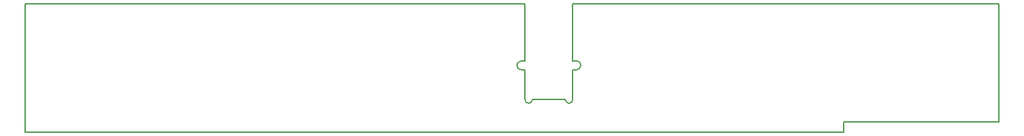
<source format=gbr>
%TF.GenerationSoftware,KiCad,Pcbnew,(5.1.6)-1*%
%TF.CreationDate,2020-11-03T20:55:32+09:00*%
%TF.ProjectId,FlightComputer-Extra,466c6967-6874-4436-9f6d-70757465722d,rev?*%
%TF.SameCoordinates,Original*%
%TF.FileFunction,Profile,NP*%
%FSLAX46Y46*%
G04 Gerber Fmt 4.6, Leading zero omitted, Abs format (unit mm)*
G04 Created by KiCad (PCBNEW (5.1.6)-1) date 2020-11-03 20:55:32*
%MOMM*%
%LPD*%
G01*
G04 APERTURE LIST*
%TA.AperFunction,Profile*%
%ADD10C,0.200000*%
%TD*%
G04 APERTURE END LIST*
D10*
X141199999Y-90750001D02*
X141650000Y-90750001D01*
X141199999Y-90750001D02*
G75*
G02*
X141199999Y-89550001I0J600000D01*
G01*
X141649999Y-89550001D02*
X141199999Y-89550001D01*
X141650000Y-82050001D02*
X141649999Y-89550001D01*
X75950000Y-82050001D02*
X141650000Y-82050001D01*
X75950001Y-98950000D02*
X75950000Y-82050001D01*
X183550000Y-98950000D02*
X75950001Y-98950000D01*
X183550000Y-97650001D02*
X183550000Y-98950000D01*
X203950000Y-97650001D02*
X183550000Y-97650001D01*
X203950000Y-82050001D02*
X203950000Y-97650001D01*
X147950000Y-82050001D02*
X203950000Y-82050001D01*
X147950000Y-89550001D02*
X147950000Y-82050001D01*
X148400000Y-89550001D02*
X147950000Y-89550001D01*
X148400000Y-89550001D02*
G75*
G02*
X148400000Y-90750001I0J-600000D01*
G01*
X147949999Y-90750001D02*
X148400000Y-90750001D01*
X147950000Y-94650001D02*
X147949999Y-90750001D01*
X147950001Y-94650001D02*
G75*
G02*
X146949999Y-94650001I-500001J0D01*
G01*
X142650000Y-94650001D02*
X146949999Y-94650001D01*
X142650000Y-94650001D02*
G75*
G02*
X141650000Y-94650001I-500000J0D01*
G01*
X141650000Y-90750001D02*
X141650000Y-94650001D01*
M02*

</source>
